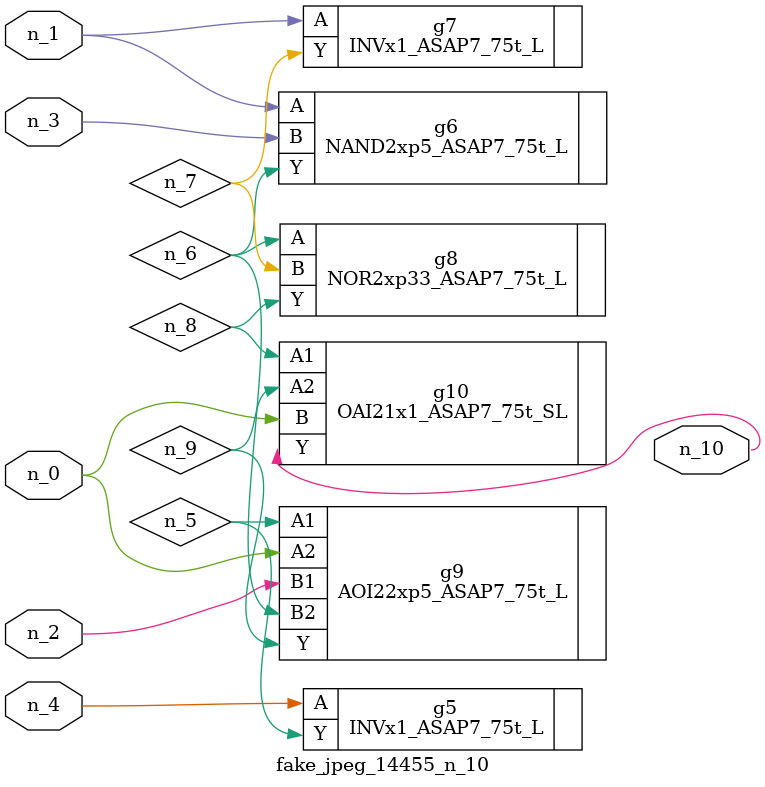
<source format=v>
module fake_jpeg_14455_n_10 (n_3, n_2, n_1, n_0, n_4, n_10);

input n_3;
input n_2;
input n_1;
input n_0;
input n_4;

output n_10;

wire n_8;
wire n_9;
wire n_6;
wire n_5;
wire n_7;

INVx1_ASAP7_75t_L g5 ( 
.A(n_4),
.Y(n_5)
);

NAND2xp5_ASAP7_75t_L g6 ( 
.A(n_1),
.B(n_3),
.Y(n_6)
);

INVx1_ASAP7_75t_L g7 ( 
.A(n_1),
.Y(n_7)
);

NOR2xp33_ASAP7_75t_L g8 ( 
.A(n_6),
.B(n_7),
.Y(n_8)
);

OAI21x1_ASAP7_75t_SL g10 ( 
.A1(n_8),
.A2(n_9),
.B(n_0),
.Y(n_10)
);

AOI22xp5_ASAP7_75t_L g9 ( 
.A1(n_5),
.A2(n_0),
.B1(n_2),
.B2(n_6),
.Y(n_9)
);


endmodule
</source>
